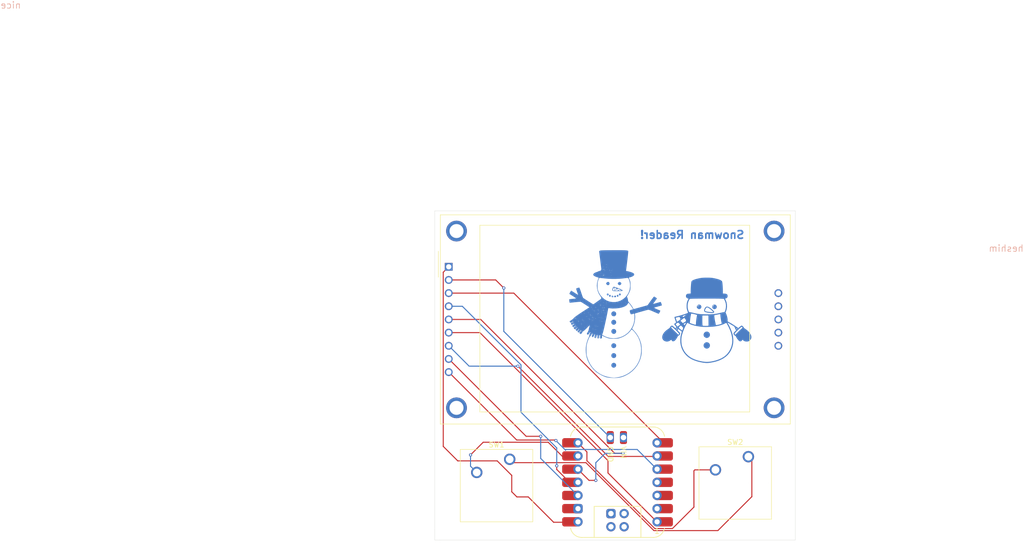
<source format=kicad_pcb>
(kicad_pcb (version 20241229) (generator "pcbnew") (generator_version "9.0")
  (layers (0 "F.Cu" signal) (2 "B.Cu" signal) (13 "F.Paste" user) (15 "B.Paste" user) (5 "F.SilkS" user "F.Silkscreen") (7 "B.SilkS" user "B.Silkscreen") (1 "F.Mask" user) (3 "B.Mask" user) (25 "Edge.Cuts" user))
  (net 0 "")
  (net 1 "Net-(U1-P2)")
  (net 2 "GND")
  (net 3 "Net-(U1-P1)")
  (net 4 "Net-(U1-P0)")
  (net 10 "Net-(U1-P4)")
  (net 12 "Net-(U1-3V3)")
  (net 13 "Net-(U1-5V)")
  (net 14 "Net-(U1-P3)")
  (net 15 "Net-(U1-P7)")
  (net 17 "Net-(U3-GND)")
  (net 19 "Net-(U1-P6)")
  (net 20 "Net-(U1-P26)")
  (footprint "Button_Switch_Keyboard:SW_Cherry_MX_1.00u_PCB" (layer "F.Cu") (at 123.54 64.42)
    (property "Reference" "SW2")
    (property "Value" "SW_Push")
  )
  (footprint "PCM_marbastlib-xp-promicroish:Xiao_rp2040_ACH" (layer "F.Cu") (at 98.320006 69.36375 180)
    (property "Reference" "U1" (hide yes))
    (property "Value" "Seeeduino Xiao rp2040")
  )
  (footprint "Button_Switch_Keyboard:SW_Cherry_MX_1.00u_PCB" (layer "F.Cu") (at 77.54 64.92)
    (property "Reference" "SW1")
    (property "Value" "SW_Push")
  )
  (footprint "Display:CR2013-MI2120" (layer "F.Cu") (at 65.790006 27.79)
    (property "Reference" "U3" (hide yes))
    (property "Value" "CR2013-MI2120")
  )
  (footprint "clipboard:0edc6331-0798-40b0-a7b0-7b674a0c4952" (layer "B.Cu") (at 89.38 32.39 180)
    (property "Reference" "nice")
    (property "Value" "\"")
  )
  (footprint "clipboard:14ed04e4-3497-4429-b643-d2bbfd91bc0d" (layer "B.Cu") (at 112.576423 30.603435 180)
    (property "Reference" "heshim")
    (property "Value" "2")
  )
  (gr_line (start 63.100006 78.5) (end 63.100006 80.5) (stroke (width 0.05)) (layer "Edge.Cuts"))
  (gr_line (start 132.600006 80.5) (end 132.600006 17) (stroke (width 0.05)) (layer "Edge.Cuts"))
  (gr_line (start 64.100006 80.5) (end 63.100006 80.5) (stroke (width 0.05)) (layer "Edge.Cuts"))
  (gr_line (start 132.600006 17) (end 63.100006 17) (stroke (width 0.05)) (layer "Edge.Cuts"))
  (gr_line (start 63.100006 17) (end 63.100006 78.5) (stroke (width 0.05)) (layer "Edge.Cuts"))
  (gr_line (start 64.100006 80.5) (end 132.600006 80.5) (stroke (width 0.05)) (layer "Edge.Cuts"))
  (gr_text "Snowman Reader!" (at 122.891676 22.5 0) (layer "B.Cu") (effects (font (size 1.5 1.5) (thickness 0.3) (bold yes)) (justify left bottom mirror)))
  (segment (start 87.700007 64.37375) (end 90.750006 64.37375) (width 0.2) (layer "F.Cu") (net 1))
  (segment (start 72.431 61.639) (end 69.99 64.08) (width 0.2) (layer "F.Cu") (net 1))
  (segment (start 84.965257 61.639) (end 87.700007 64.37375) (width 0.2) (layer "F.Cu") (net 1))
  (segment (start 73.801006 61.639) (end 84.965257 61.639) (width 0.2) (layer "F.Cu") (net 1))
  (segment (start 73.801006 61.639) (end 72.431 61.639) (width 0.2) (layer "F.Cu") (net 1))
  (via (at 69.99 64.08) (size 0.6) (drill 0.3) (layers "F.Cu" "B.Cu") (net 1))
  (segment (start 69.99 64.08) (end 69.99 66.26) (width 0.2) (layer "B.Cu") (net 1))
  (segment (start 69.99 66.26) (end 71.19 67.46) (width 0.2) (layer "B.Cu") (net 1))
  (segment (start 124.2 65.08) (end 123.54 64.42) (width 0.2) (layer "F.Cu") (net 2))
  (segment (start 105.326435 78.67575) (end 117.65425 78.67575) (width 0.2) (layer "F.Cu") (net 2))
  (segment (start 92.225435 65.57475) (end 105.326435 78.67575) (width 0.2) (layer "F.Cu") (net 2))
  (segment (start 92.225435 65.57475) (end 78.19475 65.57475) (width 0.2) (layer "F.Cu") (net 2))
  (segment (start 117.65425 78.67575) (end 124.2 72.13) (width 0.2) (layer "F.Cu") (net 2))
  (segment (start 124.2 72.13) (end 124.2 65.08) (width 0.2) (layer "F.Cu") (net 2))
  (segment (start 78.19475 65.57475) (end 77.54 64.92) (width 0.2) (layer "F.Cu") (net 2))
  (segment (start 105.492535 78.27475) (end 92.416377 65.198592) (width 0.2) (layer "F.Cu") (net 3))
  (segment (start 113.04 67.14) (end 113.22 66.96) (width 0.2) (layer "F.Cu") (net 3))
  (segment (start 92.416377 63.500121) (end 90.750006 61.83375) (width 0.2) (layer "F.Cu") (net 3))
  (segment (start 90.750006 61.83375) (end 89.450006 61.83375) (width 0.2) (layer "F.Cu") (net 3))
  (segment (start 92.416377 65.198592) (end 92.416377 63.500121) (width 0.2) (layer "F.Cu") (net 3))
  (segment (start 108.90827 78.27475) (end 105.492535 78.27475) (width 0.2) (layer "F.Cu") (net 3))
  (segment (start 113.22 66.96) (end 117.19 66.96) (width 0.2) (layer "F.Cu") (net 3))
  (segment (start 113.04 74.14302) (end 113.04 67.14) (width 0.2) (layer "F.Cu") (net 3))
  (segment (start 108.90827 78.27475) (end 113.04 74.14302) (width 0.2) (layer "F.Cu") (net 3))
  (segment (start 78.326256 32.87) (end 65.790006 32.87) (width 0.2) (layer "F.Cu") (net 4))
  (segment (start 107.290006 61.83375) (end 78.326256 32.87) (width 0.2) (layer "F.Cu") (net 4))
  (segment (start 71.951012 37.95) (end 65.790006 37.95) (width 0.2) (layer "F.Cu") (net 10))
  (segment (start 90.750006 66.91375) (end 92.826256 68.99) (width 0.2) (layer "F.Cu") (net 10))
  (segment (start 99.360006 63.77275) (end 97.773762 63.77275) (width 0.2) (layer "F.Cu") (net 10))
  (segment (start 97.773762 63.77275) (end 71.951012 37.95) (width 0.2) (layer "F.Cu") (net 10))
  (segment (start 92.826256 68.99) (end 94.130006 68.99) (width 0.2) (layer "F.Cu") (net 10))
  (via (at 94.130006 68.99) (size 0.6) (drill 0.3) (layers "F.Cu" "B.Cu") (net 10))
  (via (at 99.360006 63.77275) (size 0.6) (drill 0.3) (layers "F.Cu" "B.Cu") (net 10))
  (segment (start 94.130006 68.99) (end 94.130006 65.58) (width 0.2) (layer "B.Cu") (net 10))
  (segment (start 95.937256 63.77275) (end 99.360006 63.77275) (width 0.2) (layer "B.Cu") (net 10))
  (segment (start 94.130006 65.58) (end 95.937256 63.77275) (width 0.2) (layer "B.Cu") (net 10))
  (segment (start 80.710006 60.49) (end 83.510006 60.49) (width 0.2) (layer "F.Cu") (net 12))
  (segment (start 65.790006 45.57) (end 80.710006 60.49) (width 0.2) (layer "F.Cu") (net 12))
  (via (at 83.510006 60.49) (size 0.6) (drill 0.3) (layers "F.Cu" "B.Cu") (net 12))
  (segment (start 83.510006 64.75375) (end 90.750006 71.99375) (width 0.2) (layer "B.Cu") (net 12))
  (segment (start 83.510006 60.49) (end 83.510006 64.75375) (width 0.2) (layer "B.Cu") (net 12))
  (segment (start 90.750006 77.07375) (end 86.005286 77.07375) (width 0.2) (layer "F.Cu") (net 13))
  (segment (start 64.739006 62.440314) (end 64.739006 28.841) (width 0.2) (layer "F.Cu") (net 13))
  (segment (start 64.739006 28.841) (end 65.790006 27.79) (width 0.2) (layer "F.Cu") (net 13))
  (segment (start 78.92 72.18) (end 77.93 71.19) (width 0.2) (layer "F.Cu") (net 13))
  (segment (start 86.005286 77.07375) (end 81.111536 72.18) (width 0.2) (layer "F.Cu") (net 13))
  (segment (start 67.527162 65.22847) (end 64.739006 62.440314) (width 0.2) (layer "F.Cu") (net 13))
  (segment (start 77.93 68.03) (end 75.12847 65.22847) (width 0.2) (layer "F.Cu") (net 13))
  (segment (start 75.12847 65.22847) (end 67.527162 65.22847) (width 0.2) (layer "F.Cu") (net 13))
  (segment (start 77.93 71.19) (end 77.93 68.03) (width 0.2) (layer "F.Cu") (net 13))
  (segment (start 81.111536 72.18) (end 78.92 72.18) (width 0.2) (layer "F.Cu") (net 13))
  (segment (start 90.750006 69.45375) (end 89.170742 69.45375) (width 0.2) (layer "F.Cu") (net 14))
  (segment (start 89.170742 69.45375) (end 86.600006 66.883014) (width 0.2) (layer "F.Cu") (net 14))
  (segment (start 86.600006 66.883014) (end 86.600006 66.17475) (width 0.2) (layer "F.Cu") (net 14))
  (via (at 86.600006 66.17475) (size 0.6) (drill 0.3) (layers "F.Cu" "B.Cu") (net 14))
  (segment (start 79.711006 46.711057) (end 68.409949 35.41) (width 0.2) (layer "B.Cu") (net 14))
  (segment (start 68.409949 35.41) (end 65.790006 35.41) (width 0.2) (layer "B.Cu") (net 14))
  (segment (start 86.600006 62.730057) (end 79.711006 55.841057) (width 0.2) (layer "B.Cu") (net 14))
  (segment (start 79.711006 55.841057) (end 79.711006 46.711057) (width 0.2) (layer "B.Cu") (net 14))
  (segment (start 86.600006 66.17475) (end 86.600006 62.730057) (width 0.2) (layer "B.Cu") (net 14))
  (segment (start 96.523756 64.37375) (end 79.110006 46.96) (width 0.2) (layer "F.Cu") (net 15))
  (segment (start 105.990006 64.37375) (end 96.523756 64.37375) (width 0.2) (layer "F.Cu") (net 15))
  (via (at 79.110006 46.96) (size 0.6) (drill 0.3) (layers "F.Cu" "B.Cu") (net 15))
  (segment (start 69.720006 46.96) (end 65.790006 43.03) (width 0.2) (layer "B.Cu") (net 15))
  (segment (start 79.110006 46.96) (end 69.720006 46.96) (width 0.2) (layer "B.Cu") (net 15))
  (segment (start 74.840006 30.33) (end 76.400006 31.89) (width 0.2) (layer "F.Cu") (net 17))
  (segment (start 65.790006 30.33) (end 74.840006 30.33) (width 0.2) (layer "F.Cu") (net 17))
  (via (at 76.400006 31.89) (size 0.6) (drill 0.3) (layers "F.Cu" "B.Cu") (net 17))
  (segment (start 76.400006 40.24602) (end 96.971736 60.81775) (width 0.2) (layer "B.Cu") (net 17))
  (segment (start 76.400006 31.89) (end 76.400006 40.24602) (width 0.2) (layer "B.Cu") (net 17))
  (segment (start 78.884908 61.204902) (end 86.334908 61.204902) (width 0.2) (layer "F.Cu") (net 19))
  (segment (start 65.790006 48.11) (end 78.884908 61.204902) (width 0.2) (layer "F.Cu") (net 19))
  (segment (start 86.334908 61.204902) (end 86.440006 61.31) (width 0.2) (layer "F.Cu") (net 19))
  (via (at 86.440006 61.31) (size 0.6) (drill 0.3) (layers "F.Cu" "B.Cu") (net 19))
  (segment (start 102.106256 63.03) (end 105.990006 66.91375) (width 0.2) (layer "B.Cu") (net 19))
  (segment (start 86.440006 61.31) (end 88.302756 63.17275) (width 0.2) (layer "B.Cu") (net 19))
  (segment (start 88.302756 63.17275) (end 88.302756 63.09725) (width 0.2) (layer "B.Cu") (net 19))
  (segment (start 88.370006 63.03) (end 102.106256 63.03) (width 0.2) (layer "B.Cu") (net 19))
  (segment (start 88.302756 63.09725) (end 88.370006 63.03) (width 0.2) (layer "B.Cu") (net 19))
  (segment (start 96.480006 65.179943) (end 71.790063 40.49) (width 0.2) (layer "F.Cu") (net 20))
  (segment (start 105.990006 77.07375) (end 96.480006 67.56375) (width 0.2) (layer "F.Cu") (net 20))
  (segment (start 71.790063 40.49) (end 65.790006 40.49) (width 0.2) (layer "F.Cu") (net 20))
  (segment (start 96.480006 67.56375) (end 96.480006 65.179943) (width 0.2) (layer "F.Cu") (net 20))
)
</source>
